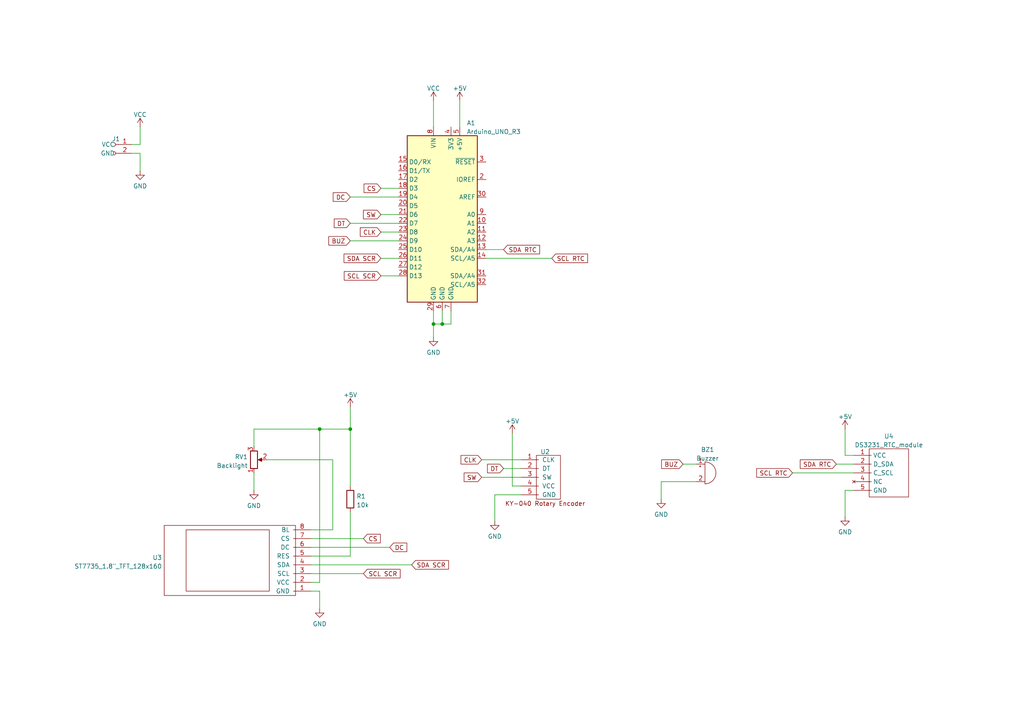
<source format=kicad_sch>
(kicad_sch (version 20211123) (generator eeschema)
  (paper "A4")
  (lib_symbols
    (symbol "Device:Buzzer" (pin_names (offset 0.0254) hide)
      (property "Reference" "BZ" (at 3.81 1.27 0))
      (property "Value" "Buzzer" (at 3.81 -1.27 0))
      (symbol "Buzzer_0_1"
        (arc (start 0 -3.175) (mid 3.175 0) (end 0 3.175))
        (polyline (pts (xy -1.651 1.905) (xy -1.143 1.905)))
        (polyline (pts (xy -1.397 2.159) (xy -1.397 1.651)))
        (polyline (pts (xy 0 3.175) (xy 0 -3.175)))
      )
      (symbol "Buzzer_1_1"
        (pin passive line (at -2.54 2.54 0) (length 2.54) (name "-") (number "1"))
        (pin passive line (at -2.54 -2.54 0) (length 2.54) (name "+") (number "2"))
      )
    )
    (symbol "Device:R" (pin_numbers hide) (pin_names (offset 0))
      (property "Reference" "R" (at 2.032 0 90))
      (property "Value" "R" (at 0 0 90))
      (symbol "R_0_1"
        (rectangle (start -1.016 -2.54) (end 1.016 2.54) (stroke (width 0.254)))
      )
      (symbol "R_1_1"
        (pin passive line (at 0 3.81 270) (length 1.27) (name "~") (number "1"))
        (pin passive line (at 0 -3.81 90) (length 1.27) (name "~") (number "2"))
      )
    )
    (symbol "Device:R_Potentiometer" (pin_names (offset 1.016) hide)
      (property "Reference" "RV" (at -4.445 0 90))
      (property "Value" "R_Potentiometer" (at -2.54 0 90))
      (symbol "R_Potentiometer_0_1"
        (polyline (pts (xy 2.54 0) (xy 1.524 0)))
        (polyline (pts (xy 1.143 0) (xy 2.286 0.508) (xy 2.286 -0.508) (xy 1.143 0)) (fill (type outline)))
        (rectangle (start 1.016 2.54) (end -1.016 -2.54) (stroke (width 0.254)))
      )
      (symbol "R_Potentiometer_1_1"
        (pin passive line (at 0 3.81 270) (length 1.27) (name "1") (number "1"))
        (pin passive line (at 3.81 0 180) (length 1.27) (name "2") (number "2"))
        (pin passive line (at 0 -3.81 90) (length 1.27) (name "3") (number "3"))
      )
    )
    (symbol "MCU_Module:Arduino_UNO_R3"
      (property "Reference" "A" (at -10.16 23.495 0))
      (property "Value" "Arduino_UNO_R3" (at 5.08 -26.67 0))
      (symbol "Arduino_UNO_R3_0_1"
        (rectangle (start -10.16 22.86) (end 10.16 -25.4) (stroke (width 0.254)) (fill (type background)))
      )
      (symbol "Arduino_UNO_R3_1_1"
        (pin no_connect line (at -10.16 -20.32 0) (length 2.54) hide (name "NC") (number "1"))
        (pin bidirectional line (at 12.7 -2.54 180) (length 2.54) (name "A1") (number "10"))
        (pin bidirectional line (at 12.7 -5.08 180) (length 2.54) (name "A2") (number "11"))
        (pin bidirectional line (at 12.7 -7.62 180) (length 2.54) (name "A3") (number "12"))
        (pin bidirectional line (at 12.7 -10.16 180) (length 2.54) (name "SDA/A4") (number "13"))
        (pin bidirectional line (at 12.7 -12.7 180) (length 2.54) (name "SCL/A5") (number "14"))
        (pin bidirectional line (at -12.7 15.24 0) (length 2.54) (name "D0/RX") (number "15"))
        (pin bidirectional line (at -12.7 12.7 0) (length 2.54) (name "D1/TX") (number "16"))
        (pin bidirectional line (at -12.7 10.16 0) (length 2.54) (name "D2") (number "17"))
        (pin bidirectional line (at -12.7 7.62 0) (length 2.54) (name "D3") (number "18"))
        (pin bidirectional line (at -12.7 5.08 0) (length 2.54) (name "D4") (number "19"))
        (pin output line (at 12.7 10.16 180) (length 2.54) (name "IOREF") (number "2"))
        (pin bidirectional line (at -12.7 2.54 0) (length 2.54) (name "D5") (number "20"))
        (pin bidirectional line (at -12.7 0 0) (length 2.54) (name "D6") (number "21"))
        (pin bidirectional line (at -12.7 -2.54 0) (length 2.54) (name "D7") (number "22"))
        (pin bidirectional line (at -12.7 -5.08 0) (length 2.54) (name "D8") (number "23"))
        (pin bidirectional line (at -12.7 -7.62 0) (length 2.54) (name "D9") (number "24"))
        (pin bidirectional line (at -12.7 -10.16 0) (length 2.54) (name "D10") (number "25"))
        (pin bidirectional line (at -12.7 -12.7 0) (length 2.54) (name "D11") (number "26"))
        (pin bidirectional line (at -12.7 -15.24 0) (length 2.54) (name "D12") (number "27"))
        (pin bidirectional line (at -12.7 -17.78 0) (length 2.54) (name "D13") (number "28"))
        (pin power_in line (at -2.54 -27.94 90) (length 2.54) (name "GND") (number "29"))
        (pin input line (at 12.7 15.24 180) (length 2.54) (name "~{RESET}") (number "3"))
        (pin input line (at 12.7 5.08 180) (length 2.54) (name "AREF") (number "30"))
        (pin bidirectional line (at 12.7 -17.78 180) (length 2.54) (name "SDA/A4") (number "31"))
        (pin bidirectional line (at 12.7 -20.32 180) (length 2.54) (name "SCL/A5") (number "32"))
        (pin power_out line (at 2.54 25.4 270) (length 2.54) (name "3V3") (number "4"))
        (pin power_out line (at 5.08 25.4 270) (length 2.54) (name "+5V") (number "5"))
        (pin power_in line (at 0 -27.94 90) (length 2.54) (name "GND") (number "6"))
        (pin power_in line (at 2.54 -27.94 90) (length 2.54) (name "GND") (number "7"))
        (pin power_in line (at -2.54 25.4 270) (length 2.54) (name "VIN") (number "8"))
        (pin bidirectional line (at 12.7 0 180) (length 2.54) (name "A0") (number "9"))
      )
    )
    (symbol "My_Headers:2-pin_power_input_header" (pin_names (offset 1.016))
      (property "Reference" "J" (at 0 2.54 0))
      (symbol "2-pin_power_input_header_1_1"
        (arc (start 0 -2.032) (mid -0.508 -2.54) (end 0 -3.048) (stroke (width 0.1524)))
        (polyline (pts (xy -1.27 -2.54) (xy -0.508 -2.54)) (stroke (width 0.1524)))
        (polyline (pts (xy -1.27 0) (xy -0.508 0)) (stroke (width 0.1524)))
        (arc (start 0 0.508) (mid -0.508 0) (end 0 -0.508) (stroke (width 0.1524)))
        (pin power_out line (at -5.08 0 0) (length 3.81) (name "VCC") (number "1"))
        (pin power_out line (at -5.08 -2.54 0) (length 3.81) (name "GND") (number "2"))
      )
    )
    (symbol "My_Parts:DS3231_RTC_module"
      (property "Reference" "U" (at 5.715 3.175 0))
      (property "Value" "DS3231_RTC_module" (at 8.89 -13.335 0))
      (symbol "DS3231_RTC_module_0_1"
        (polyline (pts (xy 4.445 1.905) (xy 4.445 -12.065) (xy 15.875 -12.065) (xy 15.875 1.905) (xy 4.445 1.905)) (stroke (width 0.1524)))
      )
      (symbol "DS3231_RTC_module_1_1"
        (pin power_in line (at 0 -10.16 0) (length 5.08) (name "VCC") (number "1"))
        (pin bidirectional line (at 0 -7.62 0) (length 5.08) (name "D_SDA") (number "2"))
        (pin bidirectional line (at 0 -5.08 0) (length 5.08) (name "C_SCL") (number "3"))
        (pin no_connect line (at 0 -2.54 0) (length 5.08) (name "NC") (number "4"))
        (pin power_in line (at 0 0 0) (length 5.08) (name "GND") (number "5"))
      )
    )
    (symbol "My_Parts:KY-040_Rotary_Encoder" (pin_names (offset 1.016))
      (property "Reference" "U" (at 0.635 2.54 0))
      (symbol "KY-040_Rotary_Encoder_0_0"
        (text "KY-040 Rotary Encoder" (at 1.905 -12.7 0) (effects (font (size 1.27 1.27))))
      )
      (symbol "KY-040_Rotary_Encoder_0_1"
        (rectangle (start -0.635 -11.43) (end 6.35 1.27))
      )
      (symbol "KY-040_Rotary_Encoder_1_1"
        (pin output line (at -5.08 0 0) (length 5.08) (name "CLK") (number "1"))
        (pin output line (at -5.08 -2.54 0) (length 5.08) (name "DT") (number "2"))
        (pin output line (at -5.08 -5.08 0) (length 5.08) (name "SW") (number "3"))
        (pin power_in line (at -5.08 -7.62 0) (length 5.08) (name "VCC") (number "4"))
        (pin power_in line (at -5.08 -10.16 0) (length 5.08) (name "GND") (number "5"))
      )
    )
    (symbol "My_Parts:ST7735_1.8{dblquote}_TFT_128x160" (pin_names (offset 1.016))
      (property "Reference" "U" (at 6.35 3.175 0))
      (property "Value" "ST7735_1.8{dblquote}_TFT_128x160" (at 24.13 -20.955 0))
      (symbol "ST7735_1.8{dblquote}_TFT_128x160_0_1"
        (rectangle (start 4.445 1.27) (end 42.545 -19.05))
        (rectangle (start 12.065 0) (end 36.195 -17.78))
      )
      (symbol "ST7735_1.8{dblquote}_TFT_128x160_1_1"
        (pin power_in line (at 0 -17.78 0) (length 5.08) (name "GND") (number "1"))
        (pin power_in line (at 0 -15.24 0) (length 5.08) (name "VCC") (number "2"))
        (pin input line (at 0 -12.7 0) (length 5.08) (name "SCL") (number "3"))
        (pin input line (at 0 -10.16 0) (length 5.08) (name "SDA") (number "4"))
        (pin input line (at 0 -7.62 0) (length 5.08) (name "RES") (number "5"))
        (pin input line (at 0 -5.08 0) (length 5.08) (name "DC") (number "6"))
        (pin input line (at 0 -2.54 0) (length 5.08) (name "CS") (number "7"))
        (pin input line (at 0 0 0) (length 5.08) (name "BL") (number "8"))
      )
    )
    (symbol "power:+5V" (power) (pin_names (offset 0))
      (property "Value" "+5V" (at 0 3.556 0))
      (symbol "+5V_0_1"
        (polyline (pts (xy -0.762 1.27) (xy 0 2.54)))
        (polyline (pts (xy 0 0) (xy 0 2.54)))
        (polyline (pts (xy 0 2.54) (xy 0.762 1.27)))
      )
      (symbol "+5V_1_1"
        (pin power_in line (at 0 0 90) (length 0) hide (name "+5V") (number "1"))
      )
    )
    (symbol "power:GND" (power) (pin_names (offset 0))
      (property "Value" "GND" (at 0 -3.81 0))
      (symbol "GND_0_1"
        (polyline (pts (xy 0 0) (xy 0 -1.27) (xy 1.27 -1.27) (xy 0 -2.54) (xy -1.27 -1.27) (xy 0 -1.27)))
      )
      (symbol "GND_1_1"
        (pin power_in line (at 0 0 270) (length 0) hide (name "GND") (number "1"))
      )
    )
    (symbol "power:VCC" (power) (pin_names (offset 0))
      (property "Value" "VCC" (at 0 3.81 0))
      (symbol "VCC_0_1"
        (polyline (pts (xy -0.762 1.27) (xy 0 2.54)))
        (polyline (pts (xy 0 0) (xy 0 2.54)))
        (polyline (pts (xy 0 2.54) (xy 0.762 1.27)))
      )
      (symbol "VCC_1_1"
        (pin power_in line (at 0 0 90) (length 0) hide (name "VCC") (number "1"))
      )
    )
  )
  (junction (at 101.6 124.46))
  (junction (at 125.73 93.98))
  (junction (at 128.27 93.98))
  (junction (at 92.71 124.46))
  (wire (pts (xy 40.64 44.45) (xy 40.64 49.53)))
  (wire (pts (xy 128.27 93.98) (xy 130.81 93.98)))
  (wire (pts (xy 38.1 41.91) (xy 40.64 41.91)))
  (wire (pts (xy 130.81 93.98) (xy 130.81 90.17)))
  (wire (pts (xy 73.66 124.46) (xy 92.71 124.46)))
  (wire (pts (xy 229.87 137.16) (xy 247.65 137.16)))
  (wire (pts (xy 151.13 143.51) (xy 143.51 143.51)))
  (wire (pts (xy 140.97 74.93) (xy 160.02 74.93)))
  (wire (pts (xy 90.17 156.21) (xy 105.41 156.21)))
  (wire (pts (xy 245.11 132.08) (xy 245.11 124.46)))
  (wire (pts (xy 191.77 139.7) (xy 191.77 144.78)))
  (wire (pts (xy 125.73 93.98) (xy 128.27 93.98)))
  (wire (pts (xy 139.7 138.43) (xy 151.13 138.43)))
  (wire (pts (xy 73.66 137.16) (xy 73.66 142.24)))
  (wire (pts (xy 96.52 133.35) (xy 96.52 153.67)))
  (wire (pts (xy 40.64 41.91) (xy 40.64 36.83)))
  (wire (pts (xy 92.71 171.45) (xy 92.71 176.53)))
  (wire (pts (xy 110.49 80.01) (xy 115.57 80.01)))
  (wire (pts (xy 133.35 29.21) (xy 133.35 36.83)))
  (wire (pts (xy 90.17 171.45) (xy 92.71 171.45)))
  (wire (pts (xy 245.11 149.86) (xy 245.11 142.24)))
  (wire (pts (xy 128.27 90.17) (xy 128.27 93.98)))
  (wire (pts (xy 148.59 140.97) (xy 148.59 125.73)))
  (wire (pts (xy 92.71 124.46) (xy 92.71 168.91)))
  (wire (pts (xy 90.17 163.83) (xy 119.38 163.83)))
  (wire (pts (xy 140.97 72.39) (xy 146.05 72.39)))
  (wire (pts (xy 143.51 143.51) (xy 143.51 151.13)))
  (wire (pts (xy 125.73 29.21) (xy 125.73 36.83)))
  (wire (pts (xy 201.93 139.7) (xy 191.77 139.7)))
  (wire (pts (xy 245.11 132.08) (xy 247.65 132.08)))
  (wire (pts (xy 90.17 168.91) (xy 92.71 168.91)))
  (wire (pts (xy 139.7 133.35) (xy 151.13 133.35)))
  (wire (pts (xy 77.47 133.35) (xy 96.52 133.35)))
  (wire (pts (xy 101.6 140.97) (xy 101.6 124.46)))
  (wire (pts (xy 92.71 124.46) (xy 101.6 124.46)))
  (wire (pts (xy 101.6 57.15) (xy 115.57 57.15)))
  (wire (pts (xy 101.6 161.29) (xy 101.6 148.59)))
  (wire (pts (xy 73.66 129.54) (xy 73.66 124.46)))
  (wire (pts (xy 90.17 158.75) (xy 113.03 158.75)))
  (wire (pts (xy 90.17 161.29) (xy 101.6 161.29)))
  (wire (pts (xy 151.13 135.89) (xy 146.05 135.89)))
  (wire (pts (xy 90.17 166.37) (xy 105.41 166.37)))
  (wire (pts (xy 90.17 153.67) (xy 96.52 153.67)))
  (wire (pts (xy 101.6 69.85) (xy 115.57 69.85)))
  (wire (pts (xy 151.13 140.97) (xy 148.59 140.97)))
  (wire (pts (xy 125.73 93.98) (xy 125.73 97.79)))
  (wire (pts (xy 101.6 64.77) (xy 115.57 64.77)))
  (wire (pts (xy 245.11 142.24) (xy 247.65 142.24)))
  (wire (pts (xy 242.57 134.62) (xy 247.65 134.62)))
  (wire (pts (xy 101.6 118.11) (xy 101.6 124.46)))
  (wire (pts (xy 125.73 90.17) (xy 125.73 93.98)))
  (wire (pts (xy 198.12 134.62) (xy 201.93 134.62)))
  (wire (pts (xy 110.49 62.23) (xy 115.57 62.23)))
  (wire (pts (xy 110.49 74.93) (xy 115.57 74.93)))
  (wire (pts (xy 110.49 67.31) (xy 115.57 67.31)))
  (wire (pts (xy 110.49 54.61) (xy 115.57 54.61)))
  (wire (pts (xy 38.1 44.45) (xy 40.64 44.45)))
  (global_label "SW" (shape input) (at 110.49 62.23 180) (property "Intersheet References" "${INTERSHEET_REFS}" (effects hide)))
  (global_label "DT" (shape input) (at 146.05 135.89 180) (property "Intersheet References" "${INTERSHEET_REFS}" (effects hide)))
  (global_label "CLK" (shape input) (at 139.7 133.35 180) (property "Intersheet References" "${INTERSHEET_REFS}" (effects hide)))
  (global_label "SCL RTC" (shape input) (at 160.02 74.93 0) (property "Intersheet References" "${INTERSHEET_REFS}" (effects hide)))
  (global_label "SCL SCR" (shape input) (at 110.49 80.01 180) (property "Intersheet References" "${INTERSHEET_REFS}" (effects hide)))
  (global_label "SDA SCR" (shape input) (at 119.38 163.83 0) (property "Intersheet References" "${INTERSHEET_REFS}" (effects hide)))
  (global_label "DT" (shape input) (at 101.6 64.77 180) (property "Intersheet References" "${INTERSHEET_REFS}" (effects hide)))
  (global_label "DC" (shape input) (at 101.6 57.15 180) (property "Intersheet References" "${INTERSHEET_REFS}" (effects hide)))
  (global_label "SDA SCR" (shape input) (at 110.49 74.93 180) (property "Intersheet References" "${INTERSHEET_REFS}" (effects hide)))
  (global_label "SW" (shape input) (at 139.7 138.43 180) (property "Intersheet References" "${INTERSHEET_REFS}" (effects hide)))
  (global_label "DC" (shape input) (at 113.03 158.75 0) (property "Intersheet References" "${INTERSHEET_REFS}" (effects hide)))
  (global_label "BUZ" (shape input) (at 198.12 134.62 180) (property "Intersheet References" "${INTERSHEET_REFS}" (effects hide)))
  (global_label "CS" (shape input) (at 110.49 54.61 180) (property "Intersheet References" "${INTERSHEET_REFS}" (effects hide)))
  (global_label "SCL RTC" (shape input) (at 229.87 137.16 180) (property "Intersheet References" "${INTERSHEET_REFS}" (effects hide)))
  (global_label "BUZ" (shape input) (at 101.6 69.85 180) (property "Intersheet References" "${INTERSHEET_REFS}" (effects hide)))
  (global_label "SDA RTC" (shape input) (at 242.57 134.62 180) (property "Intersheet References" "${INTERSHEET_REFS}" (effects hide)))
  (global_label "SCL SCR" (shape input) (at 105.41 166.37 0) (property "Intersheet References" "${INTERSHEET_REFS}" (effects hide)))
  (global_label "CS" (shape input) (at 105.41 156.21 0) (property "Intersheet References" "${INTERSHEET_REFS}" (effects hide)))
  (global_label "CLK" (shape input) (at 110.49 67.31 180) (property "Intersheet References" "${INTERSHEET_REFS}" (effects hide)))
  (global_label "SDA RTC" (shape input) (at 146.05 72.39 0) (property "Intersheet References" "${INTERSHEET_REFS}" (effects hide)))
  (symbol (lib_id "My_Parts:ST7735_1.8{dblquote}_TFT_128x160") (at 90.17 153.67 0) (mirror y) (unit 1)
    (property "Reference" "U3" (at 46.99 161.7253 0) (effects (justify left)))
    (property "Value" "ST7735_1.8\"_TFT_128x160" (at 46.99 164.2622 0) (effects (justify left)))
    (property "Footprint" "My_Parts:ST7735_1.8_TFT_display_128x160_large" (effects hide))
  )
  (symbol (lib_id "power:GND") (at 143.51 151.13 0) (unit 1)
    (property "Reference" "#PWR0112" (effects hide))
    (property "Value" "GND" (at 143.51 155.5734 0))
  )
  (symbol (lib_id "Device:R_Potentiometer") (at 73.66 133.35 0) (mirror x) (unit 1)
    (property "Reference" "RV1" (at 71.8821 132.5153 0) (effects (justify right)))
    (property "Value" "Backlight" (at 71.8821 135.0522 0) (effects (justify right)))
    (property "Footprint" "My_Misc:Potentiometer_Bourns_3339P_Vertical_large" (effects hide))
  )
  (symbol (lib_id "My_Parts:KY-040_Rotary_Encoder") (at 156.21 133.35 0) (unit 1)
    (property "Reference" "U2" (at 158.1151 131.0442 0))
    (property "Value" "KY-040_Rotary_Encoder" (effects hide))
    (property "Footprint" "My_Parts:KY-040_rotary_encoder module_w_header_large" (effects hide))
  )
  (symbol (lib_id "power:VCC") (at 40.64 36.83 0) (unit 1)
    (property "Reference" "#PWR0107" (effects hide))
    (property "Value" "VCC" (at 40.64 33.2542 0))
  )
  (symbol (lib_id "Device:R") (at 101.6 144.78 0) (unit 1)
    (property "Reference" "R1" (at 103.378 143.9453 0) (effects (justify left)))
    (property "Value" "10k" (at 103.378 146.4822 0) (effects (justify left)))
    (property "Footprint" "My_Misc:R_Axial_DIN0207_L6.3mm_D2.5mm_P10.16mm_Horizontal_larger_pads" (effects hide))
  )
  (symbol (lib_id "Device:Buzzer") (at 204.47 137.16 0) (unit 1)
    (property "Reference" "BZ1" (at 205.232 130.4122 0))
    (property "Value" "Buzzer" (at 205.232 132.9491 0))
    (property "Footprint" "My_Misc:Buzzer_TDK_PS1240P02BT_D12.2mm_H6.5mm_large" (effects hide))
  )
  (symbol (lib_id "power:+5V") (at 148.59 125.73 0) (unit 1)
    (property "Reference" "#PWR0114" (effects hide))
    (property "Value" "+5V" (at 148.59 122.1542 0))
  )
  (symbol (lib_id "power:GND") (at 40.64 49.53 0) (unit 1)
    (property "Reference" "#PWR0108" (effects hide))
    (property "Value" "GND" (at 40.64 53.9734 0))
  )
  (symbol (lib_id "MCU_Module:Arduino_UNO_R3") (at 128.27 62.23 0) (unit 1)
    (property "Reference" "A1" (at 135.3694 35.6702 0) (effects (justify left)))
    (property "Value" "Arduino_UNO_R3" (at 135.3694 38.2071 0) (effects (justify left)))
    (property "Footprint" "My_Arduino:Arduino_UNO_R3_shield_large" (effects hide))
    (property "Datasheet" "https://www.arduino.cc/en/Main/arduinoBoardUno" (effects hide))
  )
  (symbol (lib_id "power:GND") (at 92.71 176.53 0) (mirror y) (unit 1)
    (property "Reference" "#PWR0103" (effects hide))
    (property "Value" "GND" (at 92.71 180.9734 0))
  )
  (symbol (lib_id "power:GND") (at 245.11 149.86 0) (unit 1)
    (property "Reference" "#PWR0102" (effects hide))
    (property "Value" "GND" (at 245.11 154.3034 0))
  )
  (symbol (lib_id "power:VCC") (at 125.73 29.21 0) (unit 1)
    (property "Reference" "#PWR0106" (effects hide))
    (property "Value" "VCC" (at 125.73 25.6342 0))
  )
  (symbol (lib_id "My_Headers:2-pin_power_input_header") (at 33.02 41.91 0) (mirror y) (unit 1)
    (property "Reference" "J1" (at 33.655 40.29 0))
    (property "Value" "2-pin_power_input_header" (effects hide))
    (property "Footprint" "My_Headers:2-pin_power_input_header" (effects hide))
  )
  (symbol (lib_id "power:+5V") (at 101.6 118.11 0) (mirror y) (unit 1)
    (property "Reference" "#PWR0101" (effects hide))
    (property "Value" "+5V" (at 101.6 114.5342 0))
  )
  (symbol (lib_id "power:GND") (at 191.77 144.78 0) (mirror y) (unit 1)
    (property "Reference" "#PWR0110" (effects hide))
    (property "Value" "GND" (at 191.77 149.2234 0))
  )
  (symbol (lib_id "power:GND") (at 73.66 142.24 0) (unit 1)
    (property "Reference" "#PWR0111" (effects hide))
    (property "Value" "GND" (at 73.66 146.6834 0))
  )
  (symbol (lib_id "power:+5V") (at 245.11 124.46 0) (unit 1)
    (property "Reference" "#PWR0104" (effects hide))
    (property "Value" "+5V" (at 245.11 120.8842 0))
  )
  (symbol (lib_id "power:+5V") (at 133.35 29.21 0) (unit 1)
    (property "Reference" "#PWR0109" (effects hide))
    (property "Value" "+5V" (at 133.35 25.6342 0))
  )
  (symbol (lib_id "My_Parts:DS3231_RTC_module") (at 247.65 142.24 0) (mirror x) (unit 1)
    (property "Reference" "U4" (at 257.81 126.526 0))
    (property "Value" "DS3231_RTC_module" (at 257.81 129.0629 0))
    (property "Footprint" "My_Parts:DS3231_RTC_module_large" (effects hide))
  )
  (symbol (lib_id "power:GND") (at 125.73 97.79 0) (unit 1)
    (property "Reference" "#PWR0105" (effects hide))
    (property "Value" "GND" (at 125.73 102.2334 0))
  )
)
</source>
